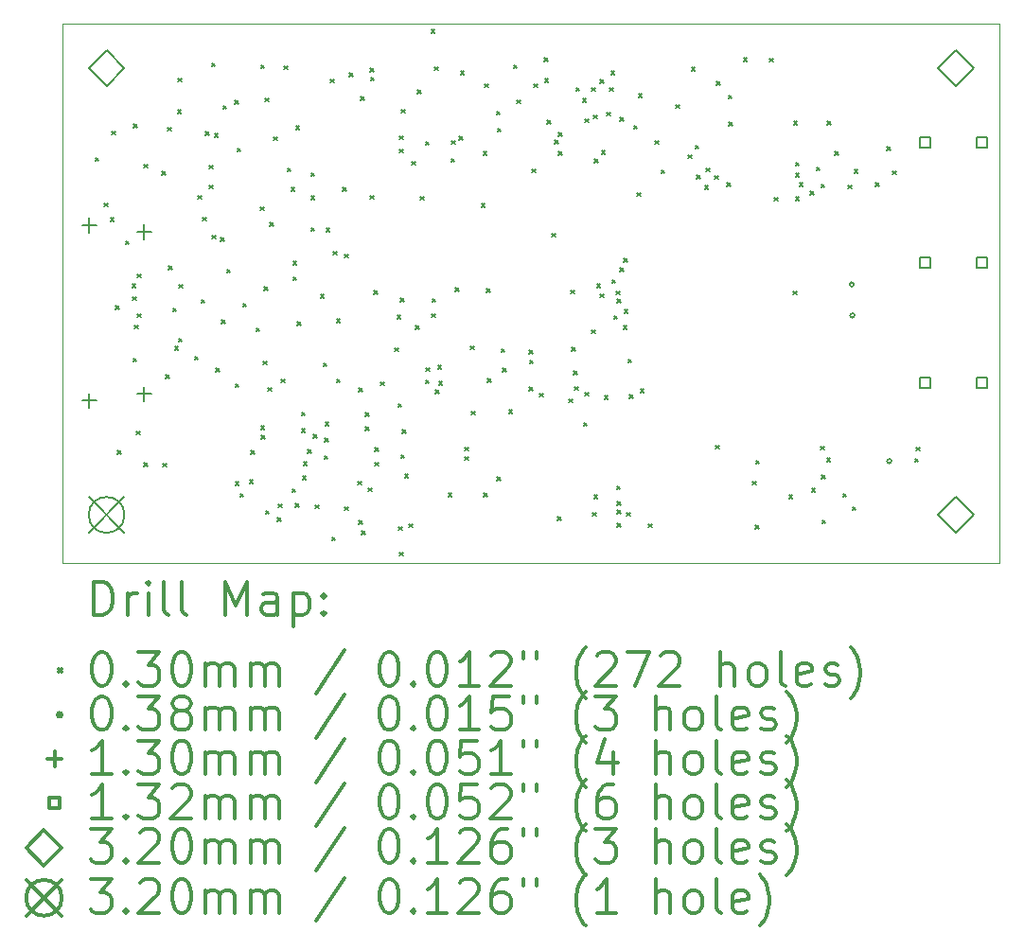
<source format=gbr>
%FSLAX45Y45*%
G04 Gerber Fmt 4.5, Leading zero omitted, Abs format (unit mm)*
G04 Created by KiCad (PCBNEW (5.1.9-0-10_14)) date 2021-07-02 21:33:39*
%MOMM*%
%LPD*%
G01*
G04 APERTURE LIST*
%TA.AperFunction,Profile*%
%ADD10C,0.100000*%
%TD*%
%ADD11C,0.200000*%
%ADD12C,0.300000*%
G04 APERTURE END LIST*
D10*
X8387080Y-26670D02*
X8387080Y4799330D01*
X5080Y4799330D02*
X8387080Y4799330D01*
X5080Y4799330D02*
X5080Y-26670D01*
X5080Y-26670D02*
X8387080Y-26670D01*
D11*
X301580Y3595430D02*
X331580Y3565430D01*
X331580Y3595430D02*
X301580Y3565430D01*
X378380Y3188600D02*
X408380Y3158600D01*
X408380Y3188600D02*
X378380Y3158600D01*
X434580Y3057580D02*
X464580Y3027580D01*
X464580Y3057580D02*
X434580Y3027580D01*
X447720Y3833520D02*
X477720Y3803520D01*
X477720Y3833520D02*
X447720Y3803520D01*
X482840Y2270520D02*
X512840Y2240520D01*
X512840Y2270520D02*
X482840Y2240520D01*
X498980Y976040D02*
X528980Y946040D01*
X528980Y976040D02*
X498980Y946040D01*
X569200Y2850910D02*
X599200Y2820910D01*
X599200Y2850910D02*
X569200Y2820910D01*
X631430Y2467370D02*
X661430Y2437370D01*
X661430Y2467370D02*
X631430Y2437370D01*
X631820Y2349479D02*
X661820Y2319479D01*
X661820Y2349479D02*
X631820Y2319479D01*
X637780Y1799350D02*
X667780Y1769350D01*
X667780Y1799350D02*
X637780Y1769350D01*
X644850Y3897720D02*
X674850Y3867720D01*
X674850Y3897720D02*
X644850Y3867720D01*
X651750Y2099070D02*
X681750Y2069070D01*
X681750Y2099070D02*
X651750Y2069070D01*
X668260Y1149110D02*
X698260Y1119110D01*
X698260Y1149110D02*
X668260Y1119110D01*
X677740Y2198530D02*
X707740Y2168530D01*
X707740Y2198530D02*
X677740Y2168530D01*
X678660Y2554560D02*
X708660Y2524560D01*
X708660Y2554560D02*
X678660Y2524560D01*
X736840Y3534990D02*
X766840Y3504990D01*
X766840Y3534990D02*
X736840Y3504990D01*
X737510Y863390D02*
X767510Y833390D01*
X767510Y863390D02*
X737510Y833390D01*
X897300Y3474950D02*
X927300Y3444950D01*
X927300Y3474950D02*
X897300Y3444950D01*
X904480Y860820D02*
X934480Y830820D01*
X934480Y860820D02*
X904480Y830820D01*
X932420Y1654570D02*
X962420Y1624570D01*
X962420Y1654570D02*
X932420Y1624570D01*
X948930Y3866910D02*
X978930Y3836910D01*
X978930Y3866910D02*
X948930Y3836910D01*
X956060Y2626850D02*
X986060Y2596850D01*
X986060Y2626850D02*
X956060Y2596850D01*
X993380Y2248930D02*
X1023380Y2218930D01*
X1023380Y2248930D02*
X993380Y2218930D01*
X1011160Y1904760D02*
X1041160Y1874760D01*
X1041160Y1904760D02*
X1011160Y1874760D01*
X1037620Y4025580D02*
X1067620Y3995580D01*
X1067620Y4025580D02*
X1037620Y3995580D01*
X1042110Y4308740D02*
X1072110Y4278740D01*
X1072110Y4308740D02*
X1042110Y4278740D01*
X1045776Y1979573D02*
X1075776Y1949573D01*
X1075776Y1979573D02*
X1045776Y1949573D01*
X1049650Y2463040D02*
X1079650Y2433040D01*
X1079650Y2463040D02*
X1049650Y2433040D01*
X1188360Y1818570D02*
X1218360Y1788570D01*
X1218360Y1818570D02*
X1188360Y1788570D01*
X1218330Y3256520D02*
X1248330Y3226520D01*
X1248330Y3256520D02*
X1218330Y3226520D01*
X1247570Y2326620D02*
X1277570Y2296620D01*
X1277570Y2326620D02*
X1247570Y2296620D01*
X1258780Y3064240D02*
X1288780Y3034240D01*
X1288780Y3064240D02*
X1258780Y3034240D01*
X1283870Y3829100D02*
X1313870Y3799100D01*
X1313870Y3829100D02*
X1283870Y3799100D01*
X1321510Y3529580D02*
X1351510Y3499580D01*
X1351510Y3529580D02*
X1321510Y3499580D01*
X1322070Y3351990D02*
X1352070Y3321990D01*
X1352070Y3351990D02*
X1322070Y3321990D01*
X1340410Y4444190D02*
X1370410Y4414190D01*
X1370410Y4444190D02*
X1340410Y4414190D01*
X1343470Y2902520D02*
X1373470Y2872520D01*
X1373470Y2902520D02*
X1343470Y2872520D01*
X1368310Y3811690D02*
X1398310Y3781690D01*
X1398310Y3811690D02*
X1368310Y3781690D01*
X1380730Y1710450D02*
X1410730Y1680450D01*
X1410730Y1710450D02*
X1380730Y1680450D01*
X1419290Y2882050D02*
X1449290Y2852050D01*
X1449290Y2882050D02*
X1419290Y2852050D01*
X1428230Y2145580D02*
X1458230Y2115580D01*
X1458230Y2145580D02*
X1428230Y2115580D01*
X1442260Y4059710D02*
X1472260Y4029710D01*
X1472260Y4059710D02*
X1442260Y4029710D01*
X1476690Y2597520D02*
X1506690Y2567520D01*
X1506690Y2597520D02*
X1476690Y2567520D01*
X1549150Y4108200D02*
X1579150Y4078200D01*
X1579150Y4108200D02*
X1549150Y4078200D01*
X1552230Y1571960D02*
X1582230Y1541960D01*
X1582230Y1571960D02*
X1552230Y1541960D01*
X1553610Y695160D02*
X1583610Y665160D01*
X1583610Y695160D02*
X1553610Y665160D01*
X1571080Y3681200D02*
X1601080Y3651200D01*
X1601080Y3681200D02*
X1571080Y3651200D01*
X1595750Y591180D02*
X1625750Y561180D01*
X1625750Y591180D02*
X1595750Y561180D01*
X1621870Y2292240D02*
X1651870Y2262240D01*
X1651870Y2292240D02*
X1621870Y2262240D01*
X1678220Y714280D02*
X1708220Y684280D01*
X1708220Y714280D02*
X1678220Y684280D01*
X1691050Y973360D02*
X1721050Y943360D01*
X1721050Y973360D02*
X1691050Y943360D01*
X1737600Y2073670D02*
X1767600Y2043670D01*
X1767600Y2073670D02*
X1737600Y2043670D01*
X1775950Y3153700D02*
X1805950Y3123700D01*
X1805950Y3153700D02*
X1775950Y3123700D01*
X1780460Y4425060D02*
X1810460Y4395060D01*
X1810460Y4425060D02*
X1780460Y4395060D01*
X1781790Y1196150D02*
X1811790Y1166150D01*
X1811790Y1196150D02*
X1781790Y1166150D01*
X1784230Y1111530D02*
X1814230Y1081530D01*
X1814230Y1111530D02*
X1784230Y1081530D01*
X1804560Y1773690D02*
X1834560Y1743690D01*
X1834560Y1773690D02*
X1804560Y1743690D01*
X1810270Y2441500D02*
X1840270Y2411500D01*
X1840270Y2441500D02*
X1810270Y2411500D01*
X1821680Y4128970D02*
X1851680Y4098970D01*
X1851680Y4128970D02*
X1821680Y4098970D01*
X1825350Y436520D02*
X1855350Y406520D01*
X1855350Y436520D02*
X1825350Y406520D01*
X1843660Y1536750D02*
X1873660Y1506750D01*
X1873660Y1536750D02*
X1843660Y1506750D01*
X1863430Y3017000D02*
X1893430Y2987000D01*
X1893430Y3017000D02*
X1863430Y2987000D01*
X1893470Y3781530D02*
X1923470Y3751530D01*
X1923470Y3781530D02*
X1893470Y3751530D01*
X1928190Y375740D02*
X1958190Y345740D01*
X1958190Y375740D02*
X1928190Y345740D01*
X1937570Y498800D02*
X1967570Y468800D01*
X1967570Y498800D02*
X1937570Y468800D01*
X1965080Y1615110D02*
X1995080Y1585110D01*
X1995080Y1615110D02*
X1965080Y1585110D01*
X1990650Y4418230D02*
X2020650Y4388230D01*
X2020650Y4418230D02*
X1990650Y4388230D01*
X2017030Y3504340D02*
X2047030Y3474340D01*
X2047030Y3504340D02*
X2017030Y3474340D01*
X2052950Y3330330D02*
X2082950Y3300330D01*
X2082950Y3330330D02*
X2052950Y3300330D01*
X2059110Y634260D02*
X2089110Y604260D01*
X2089110Y634260D02*
X2059110Y604260D01*
X2069300Y2528440D02*
X2099300Y2498440D01*
X2099300Y2528440D02*
X2069300Y2498440D01*
X2070520Y2668240D02*
X2100520Y2638240D01*
X2100520Y2668240D02*
X2070520Y2638240D01*
X2091310Y502000D02*
X2121310Y472000D01*
X2121310Y502000D02*
X2091310Y472000D01*
X2092950Y3878370D02*
X2122950Y3848370D01*
X2122950Y3878370D02*
X2092950Y3848370D01*
X2107650Y2128340D02*
X2137650Y2098340D01*
X2137650Y2128340D02*
X2107650Y2098340D01*
X2144700Y1319230D02*
X2174700Y1289230D01*
X2174700Y1319230D02*
X2144700Y1289230D01*
X2145520Y1169560D02*
X2175520Y1139560D01*
X2175520Y1169560D02*
X2145520Y1139560D01*
X2153060Y745860D02*
X2183060Y715860D01*
X2183060Y745860D02*
X2153060Y715860D01*
X2164200Y873730D02*
X2194200Y843730D01*
X2194200Y873730D02*
X2164200Y843730D01*
X2199820Y982940D02*
X2229820Y952940D01*
X2229820Y982940D02*
X2199820Y952940D01*
X2228790Y3252280D02*
X2258790Y3222280D01*
X2258790Y3252280D02*
X2228790Y3222280D01*
X2230710Y3461050D02*
X2260710Y3431050D01*
X2260710Y3461050D02*
X2230710Y3431050D01*
X2231480Y2971130D02*
X2261480Y2941130D01*
X2261480Y2971130D02*
X2231480Y2941130D01*
X2249680Y1118720D02*
X2279680Y1088720D01*
X2279680Y1118720D02*
X2249680Y1088720D01*
X2268630Y488930D02*
X2298630Y458930D01*
X2298630Y488930D02*
X2268630Y458930D01*
X2313480Y2372190D02*
X2343480Y2342190D01*
X2343480Y2372190D02*
X2313480Y2342190D01*
X2339780Y1756970D02*
X2369780Y1726970D01*
X2369780Y1756970D02*
X2339780Y1726970D01*
X2348780Y929100D02*
X2378780Y899100D01*
X2378780Y929100D02*
X2348780Y899100D01*
X2354700Y1085730D02*
X2384700Y1055730D01*
X2384700Y1085730D02*
X2354700Y1055730D01*
X2355560Y1230170D02*
X2385560Y1200170D01*
X2385560Y1230170D02*
X2355560Y1200170D01*
X2364770Y2963720D02*
X2394770Y2933720D01*
X2394770Y2963720D02*
X2364770Y2933720D01*
X2402540Y4298120D02*
X2432540Y4268120D01*
X2432540Y4298120D02*
X2402540Y4268120D01*
X2414480Y201020D02*
X2444480Y171020D01*
X2444480Y201020D02*
X2414480Y171020D01*
X2430300Y2756310D02*
X2460300Y2726310D01*
X2460300Y2756310D02*
X2430300Y2726310D01*
X2460080Y2149940D02*
X2490080Y2119940D01*
X2490080Y2149940D02*
X2460080Y2119940D01*
X2460080Y1615400D02*
X2490080Y1585400D01*
X2490080Y1615400D02*
X2460080Y1585400D01*
X2512410Y3327970D02*
X2542410Y3297970D01*
X2542410Y3327970D02*
X2512410Y3297970D01*
X2530080Y2731060D02*
X2560080Y2701060D01*
X2560080Y2731060D02*
X2530080Y2701060D01*
X2530510Y470210D02*
X2560510Y440210D01*
X2560510Y470210D02*
X2530510Y440210D01*
X2574720Y4355610D02*
X2604720Y4325610D01*
X2604720Y4355610D02*
X2574720Y4325610D01*
X2650680Y701460D02*
X2680680Y671460D01*
X2680680Y701460D02*
X2650680Y671460D01*
X2655630Y350030D02*
X2685630Y320030D01*
X2685630Y350030D02*
X2655630Y320030D01*
X2657700Y1532800D02*
X2687700Y1502800D01*
X2687700Y1532800D02*
X2657700Y1502800D01*
X2676260Y4140740D02*
X2706260Y4110740D01*
X2706260Y4140740D02*
X2676260Y4110740D01*
X2681340Y254470D02*
X2711340Y224470D01*
X2711340Y254470D02*
X2681340Y224470D01*
X2717220Y1189230D02*
X2747220Y1159230D01*
X2747220Y1189230D02*
X2717220Y1159230D01*
X2718120Y1315830D02*
X2748120Y1285830D01*
X2748120Y1315830D02*
X2718120Y1285830D01*
X2741750Y642690D02*
X2771750Y612690D01*
X2771750Y642690D02*
X2741750Y612690D01*
X2758680Y3256520D02*
X2788680Y3226520D01*
X2788680Y3256520D02*
X2758680Y3226520D01*
X2761440Y4395160D02*
X2791440Y4365160D01*
X2791440Y4395160D02*
X2761440Y4365160D01*
X2762130Y4314880D02*
X2792130Y4284880D01*
X2792130Y4314880D02*
X2762130Y4284880D01*
X2791010Y2407680D02*
X2821010Y2377680D01*
X2821010Y2407680D02*
X2791010Y2377680D01*
X2799480Y998730D02*
X2829480Y968730D01*
X2829480Y998730D02*
X2799480Y968730D01*
X2800110Y868730D02*
X2830110Y838730D01*
X2830110Y868730D02*
X2800110Y838730D01*
X2853820Y1590000D02*
X2883820Y1560000D01*
X2883820Y1590000D02*
X2853820Y1560000D01*
X2980930Y1893520D02*
X3010930Y1863520D01*
X3010930Y1893520D02*
X2980930Y1863520D01*
X2999870Y2186670D02*
X3029870Y2156670D01*
X3029870Y2186670D02*
X2999870Y2156670D01*
X3008760Y1395550D02*
X3038760Y1365550D01*
X3038760Y1395550D02*
X3008760Y1365550D01*
X3013440Y295380D02*
X3043440Y265380D01*
X3043440Y295380D02*
X3013440Y265380D01*
X3021830Y3671270D02*
X3051830Y3641270D01*
X3051830Y3671270D02*
X3021830Y3641270D01*
X3022250Y66170D02*
X3052250Y36170D01*
X3052250Y66170D02*
X3022250Y36170D01*
X3023960Y3792150D02*
X3053960Y3762150D01*
X3053960Y3792150D02*
X3023960Y3762150D01*
X3027960Y2336420D02*
X3057960Y2306420D01*
X3057960Y2336420D02*
X3027960Y2306420D01*
X3034730Y938600D02*
X3064730Y908600D01*
X3064730Y938600D02*
X3034730Y908600D01*
X3039640Y4026630D02*
X3069640Y3996630D01*
X3069640Y4026630D02*
X3039640Y3996630D01*
X3045050Y1162360D02*
X3075050Y1132360D01*
X3075050Y1162360D02*
X3045050Y1132360D01*
X3067000Y764840D02*
X3097000Y734840D01*
X3097000Y764840D02*
X3067000Y734840D01*
X3104200Y319220D02*
X3134200Y289220D01*
X3134200Y319220D02*
X3104200Y289220D01*
X3130210Y3561520D02*
X3160210Y3531520D01*
X3160210Y3561520D02*
X3130210Y3531520D01*
X3165230Y2093000D02*
X3195230Y2063000D01*
X3195230Y2093000D02*
X3165230Y2063000D01*
X3181590Y4199650D02*
X3211590Y4169650D01*
X3211590Y4199650D02*
X3181590Y4169650D01*
X3207780Y3247620D02*
X3237780Y3217620D01*
X3237780Y3247620D02*
X3207780Y3217620D01*
X3253410Y3740720D02*
X3283410Y3710720D01*
X3283410Y3740720D02*
X3253410Y3710720D01*
X3254200Y1607770D02*
X3284200Y1577770D01*
X3284200Y1607770D02*
X3254200Y1577770D01*
X3256820Y1714420D02*
X3286820Y1684420D01*
X3286820Y1714420D02*
X3256820Y1684420D01*
X3306050Y4741810D02*
X3336050Y4711810D01*
X3336050Y4741810D02*
X3306050Y4711810D01*
X3310800Y2198930D02*
X3340800Y2168930D01*
X3340800Y2198930D02*
X3310800Y2168930D01*
X3313530Y2336030D02*
X3343530Y2306030D01*
X3343530Y2336030D02*
X3313530Y2306030D01*
X3334200Y4409180D02*
X3364200Y4379180D01*
X3364200Y4409180D02*
X3334200Y4379180D01*
X3344810Y1515980D02*
X3374810Y1485980D01*
X3374810Y1515980D02*
X3344810Y1485980D01*
X3366190Y1739030D02*
X3396190Y1709030D01*
X3396190Y1739030D02*
X3366190Y1709030D01*
X3371280Y1592060D02*
X3401280Y1562060D01*
X3401280Y1592060D02*
X3371280Y1562060D01*
X3455970Y593080D02*
X3485970Y563080D01*
X3485970Y593080D02*
X3455970Y563080D01*
X3482930Y3587130D02*
X3512930Y3557130D01*
X3512930Y3587130D02*
X3482930Y3557130D01*
X3488080Y3747040D02*
X3518080Y3717040D01*
X3518080Y3747040D02*
X3488080Y3717040D01*
X3519620Y2433660D02*
X3549620Y2403660D01*
X3549620Y2433660D02*
X3519620Y2403660D01*
X3555610Y3785630D02*
X3585610Y3755630D01*
X3585610Y3785630D02*
X3555610Y3755630D01*
X3569330Y4369001D02*
X3599330Y4339001D01*
X3599330Y4369001D02*
X3569330Y4339001D01*
X3606790Y1004790D02*
X3636790Y974790D01*
X3636790Y1004790D02*
X3606790Y974790D01*
X3607570Y922240D02*
X3637570Y892240D01*
X3637570Y922240D02*
X3607570Y892240D01*
X3656030Y1909940D02*
X3686030Y1879940D01*
X3686030Y1909940D02*
X3656030Y1879940D01*
X3663480Y1327960D02*
X3693480Y1297960D01*
X3693480Y1327960D02*
X3663480Y1297960D01*
X3754250Y3184720D02*
X3784250Y3154720D01*
X3784250Y3184720D02*
X3754250Y3154720D01*
X3769750Y3649560D02*
X3799750Y3619560D01*
X3799750Y3649560D02*
X3769750Y3619560D01*
X3776260Y594980D02*
X3806260Y564980D01*
X3806260Y594980D02*
X3776260Y564980D01*
X3783199Y4257691D02*
X3813199Y4227691D01*
X3813199Y4257691D02*
X3783199Y4227691D01*
X3801420Y2421800D02*
X3831420Y2391800D01*
X3831420Y2421800D02*
X3801420Y2391800D01*
X3808500Y1619970D02*
X3838500Y1589970D01*
X3838500Y1619970D02*
X3808500Y1589970D01*
X3891440Y4012140D02*
X3921440Y3982140D01*
X3921440Y4012140D02*
X3891440Y3982140D01*
X3895380Y737250D02*
X3925380Y707250D01*
X3925380Y737250D02*
X3895380Y707250D01*
X3897440Y3859540D02*
X3927440Y3829540D01*
X3927440Y3859540D02*
X3897440Y3829540D01*
X3931720Y1885120D02*
X3961720Y1855120D01*
X3961720Y1885120D02*
X3931720Y1855120D01*
X3944290Y1709930D02*
X3974290Y1679930D01*
X3974290Y1709930D02*
X3944290Y1679930D01*
X3998660Y1337900D02*
X4028660Y1307900D01*
X4028660Y1337900D02*
X3998660Y1307900D01*
X4042910Y4427370D02*
X4072910Y4397370D01*
X4072910Y4427370D02*
X4042910Y4397370D01*
X4073430Y4114040D02*
X4103430Y4084040D01*
X4103430Y4114040D02*
X4073430Y4084040D01*
X4182290Y1540840D02*
X4212290Y1510840D01*
X4212290Y1540840D02*
X4182290Y1510840D01*
X4183150Y1873050D02*
X4213150Y1843050D01*
X4213150Y1873050D02*
X4183150Y1843050D01*
X4184400Y1782750D02*
X4214400Y1752750D01*
X4214400Y1782750D02*
X4184400Y1752750D01*
X4206480Y3493280D02*
X4236480Y3463280D01*
X4236480Y3493280D02*
X4206480Y3463280D01*
X4222990Y4258070D02*
X4252990Y4228070D01*
X4252990Y4258070D02*
X4222990Y4228070D01*
X4274940Y1487280D02*
X4304940Y1457280D01*
X4304940Y1487280D02*
X4274940Y1457280D01*
X4319150Y4487440D02*
X4349150Y4457440D01*
X4349150Y4487440D02*
X4319150Y4457440D01*
X4319510Y4303790D02*
X4349510Y4273790D01*
X4349510Y4303790D02*
X4319510Y4273790D01*
X4342060Y3929090D02*
X4372060Y3899090D01*
X4372060Y3929090D02*
X4342060Y3899090D01*
X4382670Y2917810D02*
X4412670Y2887810D01*
X4412670Y2917810D02*
X4382670Y2887810D01*
X4412010Y3750940D02*
X4442010Y3720940D01*
X4442010Y3750940D02*
X4412010Y3720940D01*
X4433379Y384252D02*
X4463379Y354252D01*
X4463379Y384252D02*
X4433379Y354252D01*
X4444180Y3822280D02*
X4474180Y3792280D01*
X4474180Y3822280D02*
X4444180Y3792280D01*
X4446160Y3649830D02*
X4476160Y3619830D01*
X4476160Y3649830D02*
X4446160Y3619830D01*
X4535870Y1435820D02*
X4565870Y1405820D01*
X4565870Y1435820D02*
X4535870Y1405820D01*
X4552270Y2409770D02*
X4582270Y2379770D01*
X4582270Y2409770D02*
X4552270Y2379770D01*
X4564590Y1895930D02*
X4594590Y1865930D01*
X4594590Y1895930D02*
X4564590Y1865930D01*
X4579390Y1687900D02*
X4609390Y1657900D01*
X4609390Y1687900D02*
X4579390Y1657900D01*
X4585880Y1547510D02*
X4615880Y1517510D01*
X4615880Y1547510D02*
X4585880Y1517510D01*
X4602000Y4222650D02*
X4632000Y4192650D01*
X4632000Y4222650D02*
X4602000Y4192650D01*
X4659260Y4126120D02*
X4689260Y4096120D01*
X4689260Y4126120D02*
X4659260Y4096120D01*
X4667560Y1224470D02*
X4697560Y1194470D01*
X4697560Y1224470D02*
X4667560Y1194470D01*
X4679640Y3943480D02*
X4709640Y3913480D01*
X4709640Y3943480D02*
X4679640Y3913480D01*
X4681320Y1497630D02*
X4711320Y1467630D01*
X4711320Y1497630D02*
X4681320Y1467630D01*
X4741570Y2055350D02*
X4771570Y2025350D01*
X4771570Y2055350D02*
X4741570Y2025350D01*
X4741600Y4223970D02*
X4771600Y4193970D01*
X4771600Y4223970D02*
X4741600Y4193970D01*
X4749920Y420130D02*
X4779920Y390130D01*
X4779920Y420130D02*
X4749920Y390130D01*
X4759660Y3978470D02*
X4789660Y3948470D01*
X4789660Y3978470D02*
X4759660Y3948470D01*
X4763320Y578799D02*
X4793320Y548799D01*
X4793320Y578799D02*
X4763320Y548799D01*
X4766370Y3581740D02*
X4796370Y3551740D01*
X4796370Y3581740D02*
X4766370Y3551740D01*
X4787060Y2467330D02*
X4817060Y2437330D01*
X4817060Y2467330D02*
X4787060Y2437330D01*
X4814930Y2375570D02*
X4844930Y2345570D01*
X4844930Y2375570D02*
X4814930Y2345570D01*
X4815199Y4292619D02*
X4845199Y4262619D01*
X4845199Y4292619D02*
X4815199Y4262619D01*
X4830680Y3661210D02*
X4860680Y3631210D01*
X4860680Y3661210D02*
X4830680Y3631210D01*
X4855690Y1468470D02*
X4885690Y1438470D01*
X4885690Y1468470D02*
X4855690Y1438470D01*
X4874540Y4002890D02*
X4904540Y3972890D01*
X4904540Y4002890D02*
X4874540Y3972890D01*
X4900070Y4222650D02*
X4930070Y4192650D01*
X4930070Y4222650D02*
X4900070Y4192650D01*
X4913552Y4371782D02*
X4943552Y4341782D01*
X4943552Y4371782D02*
X4913552Y4341782D01*
X4921240Y2503980D02*
X4951240Y2473980D01*
X4951240Y2503980D02*
X4921240Y2473980D01*
X4939290Y2182230D02*
X4969290Y2152230D01*
X4969290Y2182230D02*
X4939290Y2152230D01*
X4960620Y2403770D02*
X4990620Y2373770D01*
X4990620Y2403770D02*
X4960620Y2373770D01*
X4966113Y658490D02*
X4996113Y628490D01*
X4996113Y658490D02*
X4966113Y628490D01*
X4966890Y2329900D02*
X4996890Y2299900D01*
X4996890Y2329900D02*
X4966890Y2299900D01*
X4968950Y325130D02*
X4998950Y295130D01*
X4998950Y325130D02*
X4968950Y295130D01*
X4969170Y517580D02*
X4999170Y487580D01*
X4999170Y517580D02*
X4969170Y487580D01*
X4970540Y444070D02*
X5000540Y414070D01*
X5000540Y444070D02*
X4970540Y414070D01*
X4995490Y2609690D02*
X5025490Y2579690D01*
X5025490Y2609690D02*
X4995490Y2579690D01*
X4995960Y3956770D02*
X5025960Y3926770D01*
X5025960Y3956770D02*
X4995960Y3926770D01*
X5023750Y2094390D02*
X5053750Y2064390D01*
X5053750Y2094390D02*
X5023750Y2064390D01*
X5029780Y2692470D02*
X5059780Y2662470D01*
X5059780Y2692470D02*
X5029780Y2662470D01*
X5034050Y2235290D02*
X5064050Y2205290D01*
X5064050Y2235290D02*
X5034050Y2205290D01*
X5054160Y420130D02*
X5084160Y390130D01*
X5084160Y420130D02*
X5054160Y390130D01*
X5065471Y1790716D02*
X5095471Y1760716D01*
X5095471Y1790716D02*
X5065471Y1760716D01*
X5077542Y1475342D02*
X5107542Y1445342D01*
X5107542Y1475342D02*
X5077542Y1445342D01*
X5116420Y3883800D02*
X5146420Y3853800D01*
X5146420Y3883800D02*
X5116420Y3853800D01*
X5147130Y3283690D02*
X5177130Y3253690D01*
X5177130Y3283690D02*
X5147130Y3253690D01*
X5160250Y4169170D02*
X5190250Y4139170D01*
X5190250Y4169170D02*
X5160250Y4139170D01*
X5176964Y1524393D02*
X5206964Y1494393D01*
X5206964Y1524393D02*
X5176964Y1494393D01*
X5248840Y320630D02*
X5278840Y290630D01*
X5278840Y320630D02*
X5248840Y290630D01*
X5306407Y3748608D02*
X5336407Y3718608D01*
X5336407Y3748608D02*
X5306407Y3718608D01*
X5362780Y3484260D02*
X5392780Y3454260D01*
X5392780Y3484260D02*
X5362780Y3454260D01*
X5494070Y4069318D02*
X5524070Y4039318D01*
X5524070Y4069318D02*
X5494070Y4039318D01*
X5605471Y3622634D02*
X5635471Y3592634D01*
X5635471Y3622634D02*
X5605471Y3592634D01*
X5635380Y4406050D02*
X5665380Y4376050D01*
X5665380Y4406050D02*
X5635380Y4376050D01*
X5666068Y3704000D02*
X5696068Y3674000D01*
X5696068Y3704000D02*
X5666068Y3674000D01*
X5681104Y3441247D02*
X5711104Y3411247D01*
X5711104Y3441247D02*
X5681104Y3411247D01*
X5753310Y3346900D02*
X5783310Y3316900D01*
X5783310Y3346900D02*
X5753310Y3316900D01*
X5765992Y3502595D02*
X5795992Y3472595D01*
X5795992Y3502595D02*
X5765992Y3472595D01*
X5838828Y3434517D02*
X5868828Y3404517D01*
X5868828Y3434517D02*
X5838828Y3404517D01*
X5851070Y1021500D02*
X5881070Y991500D01*
X5881070Y1021500D02*
X5851070Y991500D01*
X5856895Y4275168D02*
X5886895Y4245168D01*
X5886895Y4275168D02*
X5856895Y4245168D01*
X5950410Y3371520D02*
X5980410Y3341520D01*
X5980410Y3371520D02*
X5950410Y3341520D01*
X5965792Y4155872D02*
X5995792Y4125872D01*
X5995792Y4155872D02*
X5965792Y4125872D01*
X5966700Y3913900D02*
X5996700Y3883900D01*
X5996700Y3913900D02*
X5966700Y3883900D01*
X6098780Y4489210D02*
X6128780Y4459210D01*
X6128780Y4489210D02*
X6098780Y4459210D01*
X6181800Y700750D02*
X6211800Y670750D01*
X6211800Y700750D02*
X6181800Y670750D01*
X6204380Y306509D02*
X6234380Y276509D01*
X6234380Y306509D02*
X6204380Y276509D01*
X6208880Y885700D02*
X6238880Y855700D01*
X6238880Y885700D02*
X6208880Y855700D01*
X6331190Y4484130D02*
X6361190Y4454130D01*
X6361190Y4484130D02*
X6331190Y4454130D01*
X6375720Y3240440D02*
X6405720Y3210440D01*
X6405720Y3240440D02*
X6375720Y3210440D01*
X6506897Y575130D02*
X6536897Y545130D01*
X6536897Y575130D02*
X6506897Y545130D01*
X6543280Y2401330D02*
X6573280Y2371330D01*
X6573280Y2401330D02*
X6543280Y2371330D01*
X6547380Y3921880D02*
X6577380Y3891880D01*
X6577380Y3921880D02*
X6547380Y3891880D01*
X6564071Y3552100D02*
X6594071Y3522100D01*
X6594071Y3552100D02*
X6564071Y3522100D01*
X6564071Y3454550D02*
X6594071Y3424550D01*
X6594071Y3454550D02*
X6564071Y3424550D01*
X6564330Y3242660D02*
X6594330Y3212660D01*
X6594330Y3242660D02*
X6564330Y3212660D01*
X6600330Y3371350D02*
X6630330Y3341350D01*
X6630330Y3371350D02*
X6600330Y3341350D01*
X6694420Y3294770D02*
X6724420Y3264770D01*
X6724420Y3294770D02*
X6694420Y3264770D01*
X6709830Y636870D02*
X6739830Y606870D01*
X6739830Y636870D02*
X6709830Y606870D01*
X6752560Y3512780D02*
X6782560Y3482780D01*
X6782560Y3512780D02*
X6752560Y3482780D01*
X6790500Y1012250D02*
X6820500Y982250D01*
X6820500Y1012250D02*
X6790500Y982250D01*
X6793423Y3358523D02*
X6823423Y3328523D01*
X6823423Y3358523D02*
X6793423Y3328523D01*
X6795780Y755290D02*
X6825780Y725290D01*
X6825780Y755290D02*
X6795780Y725290D01*
X6803580Y353470D02*
X6833580Y323470D01*
X6833580Y353470D02*
X6803580Y323470D01*
X6844270Y909130D02*
X6874270Y879130D01*
X6874270Y909130D02*
X6844270Y879130D01*
X6850620Y3922540D02*
X6880620Y3892540D01*
X6880620Y3922540D02*
X6850620Y3892540D01*
X6916930Y3649900D02*
X6946930Y3619900D01*
X6946930Y3649900D02*
X6916930Y3619900D01*
X6988670Y591050D02*
X7018670Y561050D01*
X7018670Y591050D02*
X6988670Y561050D01*
X7033470Y3349120D02*
X7063470Y3319120D01*
X7063470Y3349120D02*
X7033470Y3319120D01*
X7074070Y470140D02*
X7104070Y440140D01*
X7104070Y470140D02*
X7074070Y440140D01*
X7088250Y3489780D02*
X7118250Y3459780D01*
X7118250Y3489780D02*
X7088250Y3459780D01*
X7280583Y3373574D02*
X7310583Y3343574D01*
X7310583Y3373574D02*
X7280583Y3343574D01*
X7380630Y3690900D02*
X7410630Y3660900D01*
X7410630Y3690900D02*
X7380630Y3660900D01*
X7431460Y3476180D02*
X7461460Y3446180D01*
X7461460Y3476180D02*
X7431460Y3446180D01*
X7632400Y903300D02*
X7662400Y873300D01*
X7662400Y903300D02*
X7632400Y873300D01*
X7645640Y1003090D02*
X7675640Y973090D01*
X7675640Y1003090D02*
X7645640Y973090D01*
X7085330Y2462530D02*
G75*
G03*
X7085330Y2462530I-19050J0D01*
G01*
X7091680Y2184400D02*
G75*
G03*
X7091680Y2184400I-19050J0D01*
G01*
X7421880Y881380D02*
G75*
G03*
X7421880Y881380I-19050J0D01*
G01*
X246880Y3058530D02*
X246880Y2928530D01*
X181880Y2993530D02*
X311880Y2993530D01*
X246880Y1488530D02*
X246880Y1358530D01*
X181880Y1423530D02*
X311880Y1423530D01*
X736880Y2998530D02*
X736880Y2868530D01*
X671880Y2933530D02*
X801880Y2933530D01*
X736880Y1548530D02*
X736880Y1418530D01*
X671880Y1483530D02*
X801880Y1483530D01*
X7773378Y3685832D02*
X7773378Y3779228D01*
X7679982Y3779228D01*
X7679982Y3685832D01*
X7773378Y3685832D01*
X7773378Y2612682D02*
X7773378Y2706078D01*
X7679982Y2706078D01*
X7679982Y2612682D01*
X7773378Y2612682D01*
X7773378Y1539532D02*
X7773378Y1632928D01*
X7679982Y1632928D01*
X7679982Y1539532D01*
X7773378Y1539532D01*
X8281378Y3685832D02*
X8281378Y3779228D01*
X8187982Y3779228D01*
X8187982Y3685832D01*
X8281378Y3685832D01*
X8281378Y2612682D02*
X8281378Y2706078D01*
X8187982Y2706078D01*
X8187982Y2612682D01*
X8281378Y2612682D01*
X8281378Y1539532D02*
X8281378Y1632928D01*
X8187982Y1632928D01*
X8187982Y1539532D01*
X8281378Y1539532D01*
X400000Y4240000D02*
X560000Y4400000D01*
X400000Y4560000D01*
X240000Y4400000D01*
X400000Y4240000D01*
X8000000Y4240000D02*
X8160000Y4400000D01*
X8000000Y4560000D01*
X7840000Y4400000D01*
X8000000Y4240000D01*
X8000000Y240000D02*
X8160000Y400000D01*
X8000000Y560000D01*
X7840000Y400000D01*
X8000000Y240000D01*
X240000Y560000D02*
X560000Y240000D01*
X560000Y560000D02*
X240000Y240000D01*
X560000Y400000D02*
G75*
G03*
X560000Y400000I-160000J0D01*
G01*
D12*
X286508Y-497384D02*
X286508Y-197384D01*
X357937Y-197384D01*
X400794Y-211670D01*
X429366Y-240241D01*
X443651Y-268813D01*
X457937Y-325956D01*
X457937Y-368813D01*
X443651Y-425956D01*
X429366Y-454527D01*
X400794Y-483099D01*
X357937Y-497384D01*
X286508Y-497384D01*
X586508Y-497384D02*
X586508Y-297384D01*
X586508Y-354527D02*
X600794Y-325956D01*
X615080Y-311670D01*
X643651Y-297384D01*
X672223Y-297384D01*
X772223Y-497384D02*
X772223Y-297384D01*
X772223Y-197384D02*
X757937Y-211670D01*
X772223Y-225956D01*
X786508Y-211670D01*
X772223Y-197384D01*
X772223Y-225956D01*
X957937Y-497384D02*
X929366Y-483099D01*
X915080Y-454527D01*
X915080Y-197384D01*
X1115080Y-497384D02*
X1086508Y-483099D01*
X1072223Y-454527D01*
X1072223Y-197384D01*
X1457937Y-497384D02*
X1457937Y-197384D01*
X1557937Y-411670D01*
X1657937Y-197384D01*
X1657937Y-497384D01*
X1929366Y-497384D02*
X1929366Y-340242D01*
X1915080Y-311670D01*
X1886508Y-297384D01*
X1829366Y-297384D01*
X1800794Y-311670D01*
X1929366Y-483099D02*
X1900794Y-497384D01*
X1829366Y-497384D01*
X1800794Y-483099D01*
X1786508Y-454527D01*
X1786508Y-425956D01*
X1800794Y-397384D01*
X1829366Y-383099D01*
X1900794Y-383099D01*
X1929366Y-368813D01*
X2072223Y-297384D02*
X2072223Y-597384D01*
X2072223Y-311670D02*
X2100794Y-297384D01*
X2157937Y-297384D01*
X2186508Y-311670D01*
X2200794Y-325956D01*
X2215080Y-354527D01*
X2215080Y-440241D01*
X2200794Y-468813D01*
X2186508Y-483099D01*
X2157937Y-497384D01*
X2100794Y-497384D01*
X2072223Y-483099D01*
X2343651Y-468813D02*
X2357937Y-483099D01*
X2343651Y-497384D01*
X2329366Y-483099D01*
X2343651Y-468813D01*
X2343651Y-497384D01*
X2343651Y-311670D02*
X2357937Y-325956D01*
X2343651Y-340242D01*
X2329366Y-325956D01*
X2343651Y-311670D01*
X2343651Y-340242D01*
X-29920Y-976670D02*
X80Y-1006670D01*
X80Y-976670D02*
X-29920Y-1006670D01*
X343651Y-827384D02*
X372223Y-827384D01*
X400794Y-841670D01*
X415080Y-855956D01*
X429366Y-884527D01*
X443651Y-941670D01*
X443651Y-1013099D01*
X429366Y-1070242D01*
X415080Y-1098813D01*
X400794Y-1113099D01*
X372223Y-1127384D01*
X343651Y-1127384D01*
X315080Y-1113099D01*
X300794Y-1098813D01*
X286508Y-1070242D01*
X272223Y-1013099D01*
X272223Y-941670D01*
X286508Y-884527D01*
X300794Y-855956D01*
X315080Y-841670D01*
X343651Y-827384D01*
X572223Y-1098813D02*
X586508Y-1113099D01*
X572223Y-1127384D01*
X557937Y-1113099D01*
X572223Y-1098813D01*
X572223Y-1127384D01*
X686508Y-827384D02*
X872223Y-827384D01*
X772223Y-941670D01*
X815080Y-941670D01*
X843651Y-955956D01*
X857937Y-970241D01*
X872223Y-998813D01*
X872223Y-1070242D01*
X857937Y-1098813D01*
X843651Y-1113099D01*
X815080Y-1127384D01*
X729366Y-1127384D01*
X700794Y-1113099D01*
X686508Y-1098813D01*
X1057937Y-827384D02*
X1086508Y-827384D01*
X1115080Y-841670D01*
X1129366Y-855956D01*
X1143651Y-884527D01*
X1157937Y-941670D01*
X1157937Y-1013099D01*
X1143651Y-1070242D01*
X1129366Y-1098813D01*
X1115080Y-1113099D01*
X1086508Y-1127384D01*
X1057937Y-1127384D01*
X1029366Y-1113099D01*
X1015080Y-1098813D01*
X1000794Y-1070242D01*
X986508Y-1013099D01*
X986508Y-941670D01*
X1000794Y-884527D01*
X1015080Y-855956D01*
X1029366Y-841670D01*
X1057937Y-827384D01*
X1286508Y-1127384D02*
X1286508Y-927384D01*
X1286508Y-955956D02*
X1300794Y-941670D01*
X1329366Y-927384D01*
X1372223Y-927384D01*
X1400794Y-941670D01*
X1415080Y-970241D01*
X1415080Y-1127384D01*
X1415080Y-970241D02*
X1429366Y-941670D01*
X1457937Y-927384D01*
X1500794Y-927384D01*
X1529366Y-941670D01*
X1543651Y-970241D01*
X1543651Y-1127384D01*
X1686508Y-1127384D02*
X1686508Y-927384D01*
X1686508Y-955956D02*
X1700794Y-941670D01*
X1729366Y-927384D01*
X1772223Y-927384D01*
X1800794Y-941670D01*
X1815080Y-970241D01*
X1815080Y-1127384D01*
X1815080Y-970241D02*
X1829366Y-941670D01*
X1857937Y-927384D01*
X1900794Y-927384D01*
X1929366Y-941670D01*
X1943651Y-970241D01*
X1943651Y-1127384D01*
X2529366Y-813099D02*
X2272223Y-1198813D01*
X2915080Y-827384D02*
X2943651Y-827384D01*
X2972223Y-841670D01*
X2986508Y-855956D01*
X3000794Y-884527D01*
X3015080Y-941670D01*
X3015080Y-1013099D01*
X3000794Y-1070242D01*
X2986508Y-1098813D01*
X2972223Y-1113099D01*
X2943651Y-1127384D01*
X2915080Y-1127384D01*
X2886508Y-1113099D01*
X2872223Y-1098813D01*
X2857937Y-1070242D01*
X2843651Y-1013099D01*
X2843651Y-941670D01*
X2857937Y-884527D01*
X2872223Y-855956D01*
X2886508Y-841670D01*
X2915080Y-827384D01*
X3143651Y-1098813D02*
X3157937Y-1113099D01*
X3143651Y-1127384D01*
X3129366Y-1113099D01*
X3143651Y-1098813D01*
X3143651Y-1127384D01*
X3343651Y-827384D02*
X3372223Y-827384D01*
X3400794Y-841670D01*
X3415080Y-855956D01*
X3429366Y-884527D01*
X3443651Y-941670D01*
X3443651Y-1013099D01*
X3429366Y-1070242D01*
X3415080Y-1098813D01*
X3400794Y-1113099D01*
X3372223Y-1127384D01*
X3343651Y-1127384D01*
X3315080Y-1113099D01*
X3300794Y-1098813D01*
X3286508Y-1070242D01*
X3272223Y-1013099D01*
X3272223Y-941670D01*
X3286508Y-884527D01*
X3300794Y-855956D01*
X3315080Y-841670D01*
X3343651Y-827384D01*
X3729366Y-1127384D02*
X3557937Y-1127384D01*
X3643651Y-1127384D02*
X3643651Y-827384D01*
X3615080Y-870241D01*
X3586508Y-898813D01*
X3557937Y-913099D01*
X3843651Y-855956D02*
X3857937Y-841670D01*
X3886508Y-827384D01*
X3957937Y-827384D01*
X3986508Y-841670D01*
X4000794Y-855956D01*
X4015080Y-884527D01*
X4015080Y-913099D01*
X4000794Y-955956D01*
X3829366Y-1127384D01*
X4015080Y-1127384D01*
X4129366Y-827384D02*
X4129366Y-884527D01*
X4243651Y-827384D02*
X4243651Y-884527D01*
X4686508Y-1241670D02*
X4672223Y-1227384D01*
X4643651Y-1184527D01*
X4629366Y-1155956D01*
X4615080Y-1113099D01*
X4600794Y-1041670D01*
X4600794Y-984527D01*
X4615080Y-913099D01*
X4629366Y-870241D01*
X4643651Y-841670D01*
X4672223Y-798813D01*
X4686508Y-784527D01*
X4786508Y-855956D02*
X4800794Y-841670D01*
X4829366Y-827384D01*
X4900794Y-827384D01*
X4929366Y-841670D01*
X4943651Y-855956D01*
X4957937Y-884527D01*
X4957937Y-913099D01*
X4943651Y-955956D01*
X4772223Y-1127384D01*
X4957937Y-1127384D01*
X5057937Y-827384D02*
X5257937Y-827384D01*
X5129366Y-1127384D01*
X5357937Y-855956D02*
X5372223Y-841670D01*
X5400794Y-827384D01*
X5472223Y-827384D01*
X5500794Y-841670D01*
X5515080Y-855956D01*
X5529366Y-884527D01*
X5529366Y-913099D01*
X5515080Y-955956D01*
X5343651Y-1127384D01*
X5529366Y-1127384D01*
X5886508Y-1127384D02*
X5886508Y-827384D01*
X6015080Y-1127384D02*
X6015080Y-970241D01*
X6000794Y-941670D01*
X5972223Y-927384D01*
X5929366Y-927384D01*
X5900794Y-941670D01*
X5886508Y-955956D01*
X6200794Y-1127384D02*
X6172223Y-1113099D01*
X6157937Y-1098813D01*
X6143651Y-1070242D01*
X6143651Y-984527D01*
X6157937Y-955956D01*
X6172223Y-941670D01*
X6200794Y-927384D01*
X6243651Y-927384D01*
X6272223Y-941670D01*
X6286508Y-955956D01*
X6300794Y-984527D01*
X6300794Y-1070242D01*
X6286508Y-1098813D01*
X6272223Y-1113099D01*
X6243651Y-1127384D01*
X6200794Y-1127384D01*
X6472223Y-1127384D02*
X6443651Y-1113099D01*
X6429366Y-1084527D01*
X6429366Y-827384D01*
X6700794Y-1113099D02*
X6672223Y-1127384D01*
X6615080Y-1127384D01*
X6586508Y-1113099D01*
X6572223Y-1084527D01*
X6572223Y-970241D01*
X6586508Y-941670D01*
X6615080Y-927384D01*
X6672223Y-927384D01*
X6700794Y-941670D01*
X6715080Y-970241D01*
X6715080Y-998813D01*
X6572223Y-1027384D01*
X6829366Y-1113099D02*
X6857937Y-1127384D01*
X6915080Y-1127384D01*
X6943651Y-1113099D01*
X6957937Y-1084527D01*
X6957937Y-1070242D01*
X6943651Y-1041670D01*
X6915080Y-1027384D01*
X6872223Y-1027384D01*
X6843651Y-1013099D01*
X6829366Y-984527D01*
X6829366Y-970241D01*
X6843651Y-941670D01*
X6872223Y-927384D01*
X6915080Y-927384D01*
X6943651Y-941670D01*
X7057937Y-1241670D02*
X7072223Y-1227384D01*
X7100794Y-1184527D01*
X7115080Y-1155956D01*
X7129366Y-1113099D01*
X7143651Y-1041670D01*
X7143651Y-984527D01*
X7129366Y-913099D01*
X7115080Y-870241D01*
X7100794Y-841670D01*
X7072223Y-798813D01*
X7057937Y-784527D01*
X80Y-1387670D02*
G75*
G03*
X80Y-1387670I-19050J0D01*
G01*
X343651Y-1223384D02*
X372223Y-1223384D01*
X400794Y-1237670D01*
X415080Y-1251956D01*
X429366Y-1280527D01*
X443651Y-1337670D01*
X443651Y-1409099D01*
X429366Y-1466241D01*
X415080Y-1494813D01*
X400794Y-1509099D01*
X372223Y-1523384D01*
X343651Y-1523384D01*
X315080Y-1509099D01*
X300794Y-1494813D01*
X286508Y-1466241D01*
X272223Y-1409099D01*
X272223Y-1337670D01*
X286508Y-1280527D01*
X300794Y-1251956D01*
X315080Y-1237670D01*
X343651Y-1223384D01*
X572223Y-1494813D02*
X586508Y-1509099D01*
X572223Y-1523384D01*
X557937Y-1509099D01*
X572223Y-1494813D01*
X572223Y-1523384D01*
X686508Y-1223384D02*
X872223Y-1223384D01*
X772223Y-1337670D01*
X815080Y-1337670D01*
X843651Y-1351956D01*
X857937Y-1366242D01*
X872223Y-1394813D01*
X872223Y-1466241D01*
X857937Y-1494813D01*
X843651Y-1509099D01*
X815080Y-1523384D01*
X729366Y-1523384D01*
X700794Y-1509099D01*
X686508Y-1494813D01*
X1043651Y-1351956D02*
X1015080Y-1337670D01*
X1000794Y-1323384D01*
X986508Y-1294813D01*
X986508Y-1280527D01*
X1000794Y-1251956D01*
X1015080Y-1237670D01*
X1043651Y-1223384D01*
X1100794Y-1223384D01*
X1129366Y-1237670D01*
X1143651Y-1251956D01*
X1157937Y-1280527D01*
X1157937Y-1294813D01*
X1143651Y-1323384D01*
X1129366Y-1337670D01*
X1100794Y-1351956D01*
X1043651Y-1351956D01*
X1015080Y-1366242D01*
X1000794Y-1380527D01*
X986508Y-1409099D01*
X986508Y-1466241D01*
X1000794Y-1494813D01*
X1015080Y-1509099D01*
X1043651Y-1523384D01*
X1100794Y-1523384D01*
X1129366Y-1509099D01*
X1143651Y-1494813D01*
X1157937Y-1466241D01*
X1157937Y-1409099D01*
X1143651Y-1380527D01*
X1129366Y-1366242D01*
X1100794Y-1351956D01*
X1286508Y-1523384D02*
X1286508Y-1323384D01*
X1286508Y-1351956D02*
X1300794Y-1337670D01*
X1329366Y-1323384D01*
X1372223Y-1323384D01*
X1400794Y-1337670D01*
X1415080Y-1366242D01*
X1415080Y-1523384D01*
X1415080Y-1366242D02*
X1429366Y-1337670D01*
X1457937Y-1323384D01*
X1500794Y-1323384D01*
X1529366Y-1337670D01*
X1543651Y-1366242D01*
X1543651Y-1523384D01*
X1686508Y-1523384D02*
X1686508Y-1323384D01*
X1686508Y-1351956D02*
X1700794Y-1337670D01*
X1729366Y-1323384D01*
X1772223Y-1323384D01*
X1800794Y-1337670D01*
X1815080Y-1366242D01*
X1815080Y-1523384D01*
X1815080Y-1366242D02*
X1829366Y-1337670D01*
X1857937Y-1323384D01*
X1900794Y-1323384D01*
X1929366Y-1337670D01*
X1943651Y-1366242D01*
X1943651Y-1523384D01*
X2529366Y-1209099D02*
X2272223Y-1594813D01*
X2915080Y-1223384D02*
X2943651Y-1223384D01*
X2972223Y-1237670D01*
X2986508Y-1251956D01*
X3000794Y-1280527D01*
X3015080Y-1337670D01*
X3015080Y-1409099D01*
X3000794Y-1466241D01*
X2986508Y-1494813D01*
X2972223Y-1509099D01*
X2943651Y-1523384D01*
X2915080Y-1523384D01*
X2886508Y-1509099D01*
X2872223Y-1494813D01*
X2857937Y-1466241D01*
X2843651Y-1409099D01*
X2843651Y-1337670D01*
X2857937Y-1280527D01*
X2872223Y-1251956D01*
X2886508Y-1237670D01*
X2915080Y-1223384D01*
X3143651Y-1494813D02*
X3157937Y-1509099D01*
X3143651Y-1523384D01*
X3129366Y-1509099D01*
X3143651Y-1494813D01*
X3143651Y-1523384D01*
X3343651Y-1223384D02*
X3372223Y-1223384D01*
X3400794Y-1237670D01*
X3415080Y-1251956D01*
X3429366Y-1280527D01*
X3443651Y-1337670D01*
X3443651Y-1409099D01*
X3429366Y-1466241D01*
X3415080Y-1494813D01*
X3400794Y-1509099D01*
X3372223Y-1523384D01*
X3343651Y-1523384D01*
X3315080Y-1509099D01*
X3300794Y-1494813D01*
X3286508Y-1466241D01*
X3272223Y-1409099D01*
X3272223Y-1337670D01*
X3286508Y-1280527D01*
X3300794Y-1251956D01*
X3315080Y-1237670D01*
X3343651Y-1223384D01*
X3729366Y-1523384D02*
X3557937Y-1523384D01*
X3643651Y-1523384D02*
X3643651Y-1223384D01*
X3615080Y-1266242D01*
X3586508Y-1294813D01*
X3557937Y-1309099D01*
X4000794Y-1223384D02*
X3857937Y-1223384D01*
X3843651Y-1366242D01*
X3857937Y-1351956D01*
X3886508Y-1337670D01*
X3957937Y-1337670D01*
X3986508Y-1351956D01*
X4000794Y-1366242D01*
X4015080Y-1394813D01*
X4015080Y-1466241D01*
X4000794Y-1494813D01*
X3986508Y-1509099D01*
X3957937Y-1523384D01*
X3886508Y-1523384D01*
X3857937Y-1509099D01*
X3843651Y-1494813D01*
X4129366Y-1223384D02*
X4129366Y-1280527D01*
X4243651Y-1223384D02*
X4243651Y-1280527D01*
X4686508Y-1637670D02*
X4672223Y-1623384D01*
X4643651Y-1580527D01*
X4629366Y-1551956D01*
X4615080Y-1509099D01*
X4600794Y-1437670D01*
X4600794Y-1380527D01*
X4615080Y-1309099D01*
X4629366Y-1266242D01*
X4643651Y-1237670D01*
X4672223Y-1194813D01*
X4686508Y-1180527D01*
X4772223Y-1223384D02*
X4957937Y-1223384D01*
X4857937Y-1337670D01*
X4900794Y-1337670D01*
X4929366Y-1351956D01*
X4943651Y-1366242D01*
X4957937Y-1394813D01*
X4957937Y-1466241D01*
X4943651Y-1494813D01*
X4929366Y-1509099D01*
X4900794Y-1523384D01*
X4815080Y-1523384D01*
X4786508Y-1509099D01*
X4772223Y-1494813D01*
X5315080Y-1523384D02*
X5315080Y-1223384D01*
X5443651Y-1523384D02*
X5443651Y-1366242D01*
X5429366Y-1337670D01*
X5400794Y-1323384D01*
X5357937Y-1323384D01*
X5329366Y-1337670D01*
X5315080Y-1351956D01*
X5629366Y-1523384D02*
X5600794Y-1509099D01*
X5586508Y-1494813D01*
X5572223Y-1466241D01*
X5572223Y-1380527D01*
X5586508Y-1351956D01*
X5600794Y-1337670D01*
X5629366Y-1323384D01*
X5672223Y-1323384D01*
X5700794Y-1337670D01*
X5715080Y-1351956D01*
X5729366Y-1380527D01*
X5729366Y-1466241D01*
X5715080Y-1494813D01*
X5700794Y-1509099D01*
X5672223Y-1523384D01*
X5629366Y-1523384D01*
X5900794Y-1523384D02*
X5872223Y-1509099D01*
X5857937Y-1480527D01*
X5857937Y-1223384D01*
X6129366Y-1509099D02*
X6100794Y-1523384D01*
X6043651Y-1523384D01*
X6015080Y-1509099D01*
X6000794Y-1480527D01*
X6000794Y-1366242D01*
X6015080Y-1337670D01*
X6043651Y-1323384D01*
X6100794Y-1323384D01*
X6129366Y-1337670D01*
X6143651Y-1366242D01*
X6143651Y-1394813D01*
X6000794Y-1423384D01*
X6257937Y-1509099D02*
X6286508Y-1523384D01*
X6343651Y-1523384D01*
X6372223Y-1509099D01*
X6386508Y-1480527D01*
X6386508Y-1466241D01*
X6372223Y-1437670D01*
X6343651Y-1423384D01*
X6300794Y-1423384D01*
X6272223Y-1409099D01*
X6257937Y-1380527D01*
X6257937Y-1366242D01*
X6272223Y-1337670D01*
X6300794Y-1323384D01*
X6343651Y-1323384D01*
X6372223Y-1337670D01*
X6486508Y-1637670D02*
X6500794Y-1623384D01*
X6529366Y-1580527D01*
X6543651Y-1551956D01*
X6557937Y-1509099D01*
X6572223Y-1437670D01*
X6572223Y-1380527D01*
X6557937Y-1309099D01*
X6543651Y-1266242D01*
X6529366Y-1237670D01*
X6500794Y-1194813D01*
X6486508Y-1180527D01*
X-64920Y-1718670D02*
X-64920Y-1848670D01*
X-129920Y-1783670D02*
X80Y-1783670D01*
X443651Y-1919384D02*
X272223Y-1919384D01*
X357937Y-1919384D02*
X357937Y-1619384D01*
X329366Y-1662241D01*
X300794Y-1690813D01*
X272223Y-1705099D01*
X572223Y-1890813D02*
X586508Y-1905099D01*
X572223Y-1919384D01*
X557937Y-1905099D01*
X572223Y-1890813D01*
X572223Y-1919384D01*
X686508Y-1619384D02*
X872223Y-1619384D01*
X772223Y-1733670D01*
X815080Y-1733670D01*
X843651Y-1747956D01*
X857937Y-1762241D01*
X872223Y-1790813D01*
X872223Y-1862241D01*
X857937Y-1890813D01*
X843651Y-1905099D01*
X815080Y-1919384D01*
X729366Y-1919384D01*
X700794Y-1905099D01*
X686508Y-1890813D01*
X1057937Y-1619384D02*
X1086508Y-1619384D01*
X1115080Y-1633670D01*
X1129366Y-1647956D01*
X1143651Y-1676527D01*
X1157937Y-1733670D01*
X1157937Y-1805099D01*
X1143651Y-1862241D01*
X1129366Y-1890813D01*
X1115080Y-1905099D01*
X1086508Y-1919384D01*
X1057937Y-1919384D01*
X1029366Y-1905099D01*
X1015080Y-1890813D01*
X1000794Y-1862241D01*
X986508Y-1805099D01*
X986508Y-1733670D01*
X1000794Y-1676527D01*
X1015080Y-1647956D01*
X1029366Y-1633670D01*
X1057937Y-1619384D01*
X1286508Y-1919384D02*
X1286508Y-1719384D01*
X1286508Y-1747956D02*
X1300794Y-1733670D01*
X1329366Y-1719384D01*
X1372223Y-1719384D01*
X1400794Y-1733670D01*
X1415080Y-1762241D01*
X1415080Y-1919384D01*
X1415080Y-1762241D02*
X1429366Y-1733670D01*
X1457937Y-1719384D01*
X1500794Y-1719384D01*
X1529366Y-1733670D01*
X1543651Y-1762241D01*
X1543651Y-1919384D01*
X1686508Y-1919384D02*
X1686508Y-1719384D01*
X1686508Y-1747956D02*
X1700794Y-1733670D01*
X1729366Y-1719384D01*
X1772223Y-1719384D01*
X1800794Y-1733670D01*
X1815080Y-1762241D01*
X1815080Y-1919384D01*
X1815080Y-1762241D02*
X1829366Y-1733670D01*
X1857937Y-1719384D01*
X1900794Y-1719384D01*
X1929366Y-1733670D01*
X1943651Y-1762241D01*
X1943651Y-1919384D01*
X2529366Y-1605099D02*
X2272223Y-1990813D01*
X2915080Y-1619384D02*
X2943651Y-1619384D01*
X2972223Y-1633670D01*
X2986508Y-1647956D01*
X3000794Y-1676527D01*
X3015080Y-1733670D01*
X3015080Y-1805099D01*
X3000794Y-1862241D01*
X2986508Y-1890813D01*
X2972223Y-1905099D01*
X2943651Y-1919384D01*
X2915080Y-1919384D01*
X2886508Y-1905099D01*
X2872223Y-1890813D01*
X2857937Y-1862241D01*
X2843651Y-1805099D01*
X2843651Y-1733670D01*
X2857937Y-1676527D01*
X2872223Y-1647956D01*
X2886508Y-1633670D01*
X2915080Y-1619384D01*
X3143651Y-1890813D02*
X3157937Y-1905099D01*
X3143651Y-1919384D01*
X3129366Y-1905099D01*
X3143651Y-1890813D01*
X3143651Y-1919384D01*
X3343651Y-1619384D02*
X3372223Y-1619384D01*
X3400794Y-1633670D01*
X3415080Y-1647956D01*
X3429366Y-1676527D01*
X3443651Y-1733670D01*
X3443651Y-1805099D01*
X3429366Y-1862241D01*
X3415080Y-1890813D01*
X3400794Y-1905099D01*
X3372223Y-1919384D01*
X3343651Y-1919384D01*
X3315080Y-1905099D01*
X3300794Y-1890813D01*
X3286508Y-1862241D01*
X3272223Y-1805099D01*
X3272223Y-1733670D01*
X3286508Y-1676527D01*
X3300794Y-1647956D01*
X3315080Y-1633670D01*
X3343651Y-1619384D01*
X3715080Y-1619384D02*
X3572223Y-1619384D01*
X3557937Y-1762241D01*
X3572223Y-1747956D01*
X3600794Y-1733670D01*
X3672223Y-1733670D01*
X3700794Y-1747956D01*
X3715080Y-1762241D01*
X3729366Y-1790813D01*
X3729366Y-1862241D01*
X3715080Y-1890813D01*
X3700794Y-1905099D01*
X3672223Y-1919384D01*
X3600794Y-1919384D01*
X3572223Y-1905099D01*
X3557937Y-1890813D01*
X4015080Y-1919384D02*
X3843651Y-1919384D01*
X3929366Y-1919384D02*
X3929366Y-1619384D01*
X3900794Y-1662241D01*
X3872223Y-1690813D01*
X3843651Y-1705099D01*
X4129366Y-1619384D02*
X4129366Y-1676527D01*
X4243651Y-1619384D02*
X4243651Y-1676527D01*
X4686508Y-2033670D02*
X4672223Y-2019384D01*
X4643651Y-1976527D01*
X4629366Y-1947956D01*
X4615080Y-1905099D01*
X4600794Y-1833670D01*
X4600794Y-1776527D01*
X4615080Y-1705099D01*
X4629366Y-1662241D01*
X4643651Y-1633670D01*
X4672223Y-1590813D01*
X4686508Y-1576527D01*
X4929366Y-1719384D02*
X4929366Y-1919384D01*
X4857937Y-1605099D02*
X4786508Y-1819384D01*
X4972223Y-1819384D01*
X5315080Y-1919384D02*
X5315080Y-1619384D01*
X5443651Y-1919384D02*
X5443651Y-1762241D01*
X5429366Y-1733670D01*
X5400794Y-1719384D01*
X5357937Y-1719384D01*
X5329366Y-1733670D01*
X5315080Y-1747956D01*
X5629366Y-1919384D02*
X5600794Y-1905099D01*
X5586508Y-1890813D01*
X5572223Y-1862241D01*
X5572223Y-1776527D01*
X5586508Y-1747956D01*
X5600794Y-1733670D01*
X5629366Y-1719384D01*
X5672223Y-1719384D01*
X5700794Y-1733670D01*
X5715080Y-1747956D01*
X5729366Y-1776527D01*
X5729366Y-1862241D01*
X5715080Y-1890813D01*
X5700794Y-1905099D01*
X5672223Y-1919384D01*
X5629366Y-1919384D01*
X5900794Y-1919384D02*
X5872223Y-1905099D01*
X5857937Y-1876527D01*
X5857937Y-1619384D01*
X6129366Y-1905099D02*
X6100794Y-1919384D01*
X6043651Y-1919384D01*
X6015080Y-1905099D01*
X6000794Y-1876527D01*
X6000794Y-1762241D01*
X6015080Y-1733670D01*
X6043651Y-1719384D01*
X6100794Y-1719384D01*
X6129366Y-1733670D01*
X6143651Y-1762241D01*
X6143651Y-1790813D01*
X6000794Y-1819384D01*
X6257937Y-1905099D02*
X6286508Y-1919384D01*
X6343651Y-1919384D01*
X6372223Y-1905099D01*
X6386508Y-1876527D01*
X6386508Y-1862241D01*
X6372223Y-1833670D01*
X6343651Y-1819384D01*
X6300794Y-1819384D01*
X6272223Y-1805099D01*
X6257937Y-1776527D01*
X6257937Y-1762241D01*
X6272223Y-1733670D01*
X6300794Y-1719384D01*
X6343651Y-1719384D01*
X6372223Y-1733670D01*
X6486508Y-2033670D02*
X6500794Y-2019384D01*
X6529366Y-1976527D01*
X6543651Y-1947956D01*
X6557937Y-1905099D01*
X6572223Y-1833670D01*
X6572223Y-1776527D01*
X6557937Y-1705099D01*
X6543651Y-1662241D01*
X6529366Y-1633670D01*
X6500794Y-1590813D01*
X6486508Y-1576527D01*
X-19262Y-2226368D02*
X-19262Y-2132972D01*
X-112658Y-2132972D01*
X-112658Y-2226368D01*
X-19262Y-2226368D01*
X443651Y-2315384D02*
X272223Y-2315384D01*
X357937Y-2315384D02*
X357937Y-2015384D01*
X329366Y-2058241D01*
X300794Y-2086813D01*
X272223Y-2101099D01*
X572223Y-2286813D02*
X586508Y-2301099D01*
X572223Y-2315384D01*
X557937Y-2301099D01*
X572223Y-2286813D01*
X572223Y-2315384D01*
X686508Y-2015384D02*
X872223Y-2015384D01*
X772223Y-2129670D01*
X815080Y-2129670D01*
X843651Y-2143956D01*
X857937Y-2158242D01*
X872223Y-2186813D01*
X872223Y-2258242D01*
X857937Y-2286813D01*
X843651Y-2301099D01*
X815080Y-2315384D01*
X729366Y-2315384D01*
X700794Y-2301099D01*
X686508Y-2286813D01*
X986508Y-2043956D02*
X1000794Y-2029670D01*
X1029366Y-2015384D01*
X1100794Y-2015384D01*
X1129366Y-2029670D01*
X1143651Y-2043956D01*
X1157937Y-2072527D01*
X1157937Y-2101099D01*
X1143651Y-2143956D01*
X972223Y-2315384D01*
X1157937Y-2315384D01*
X1286508Y-2315384D02*
X1286508Y-2115384D01*
X1286508Y-2143956D02*
X1300794Y-2129670D01*
X1329366Y-2115384D01*
X1372223Y-2115384D01*
X1400794Y-2129670D01*
X1415080Y-2158242D01*
X1415080Y-2315384D01*
X1415080Y-2158242D02*
X1429366Y-2129670D01*
X1457937Y-2115384D01*
X1500794Y-2115384D01*
X1529366Y-2129670D01*
X1543651Y-2158242D01*
X1543651Y-2315384D01*
X1686508Y-2315384D02*
X1686508Y-2115384D01*
X1686508Y-2143956D02*
X1700794Y-2129670D01*
X1729366Y-2115384D01*
X1772223Y-2115384D01*
X1800794Y-2129670D01*
X1815080Y-2158242D01*
X1815080Y-2315384D01*
X1815080Y-2158242D02*
X1829366Y-2129670D01*
X1857937Y-2115384D01*
X1900794Y-2115384D01*
X1929366Y-2129670D01*
X1943651Y-2158242D01*
X1943651Y-2315384D01*
X2529366Y-2001099D02*
X2272223Y-2386813D01*
X2915080Y-2015384D02*
X2943651Y-2015384D01*
X2972223Y-2029670D01*
X2986508Y-2043956D01*
X3000794Y-2072527D01*
X3015080Y-2129670D01*
X3015080Y-2201099D01*
X3000794Y-2258242D01*
X2986508Y-2286813D01*
X2972223Y-2301099D01*
X2943651Y-2315384D01*
X2915080Y-2315384D01*
X2886508Y-2301099D01*
X2872223Y-2286813D01*
X2857937Y-2258242D01*
X2843651Y-2201099D01*
X2843651Y-2129670D01*
X2857937Y-2072527D01*
X2872223Y-2043956D01*
X2886508Y-2029670D01*
X2915080Y-2015384D01*
X3143651Y-2286813D02*
X3157937Y-2301099D01*
X3143651Y-2315384D01*
X3129366Y-2301099D01*
X3143651Y-2286813D01*
X3143651Y-2315384D01*
X3343651Y-2015384D02*
X3372223Y-2015384D01*
X3400794Y-2029670D01*
X3415080Y-2043956D01*
X3429366Y-2072527D01*
X3443651Y-2129670D01*
X3443651Y-2201099D01*
X3429366Y-2258242D01*
X3415080Y-2286813D01*
X3400794Y-2301099D01*
X3372223Y-2315384D01*
X3343651Y-2315384D01*
X3315080Y-2301099D01*
X3300794Y-2286813D01*
X3286508Y-2258242D01*
X3272223Y-2201099D01*
X3272223Y-2129670D01*
X3286508Y-2072527D01*
X3300794Y-2043956D01*
X3315080Y-2029670D01*
X3343651Y-2015384D01*
X3715080Y-2015384D02*
X3572223Y-2015384D01*
X3557937Y-2158242D01*
X3572223Y-2143956D01*
X3600794Y-2129670D01*
X3672223Y-2129670D01*
X3700794Y-2143956D01*
X3715080Y-2158242D01*
X3729366Y-2186813D01*
X3729366Y-2258242D01*
X3715080Y-2286813D01*
X3700794Y-2301099D01*
X3672223Y-2315384D01*
X3600794Y-2315384D01*
X3572223Y-2301099D01*
X3557937Y-2286813D01*
X3843651Y-2043956D02*
X3857937Y-2029670D01*
X3886508Y-2015384D01*
X3957937Y-2015384D01*
X3986508Y-2029670D01*
X4000794Y-2043956D01*
X4015080Y-2072527D01*
X4015080Y-2101099D01*
X4000794Y-2143956D01*
X3829366Y-2315384D01*
X4015080Y-2315384D01*
X4129366Y-2015384D02*
X4129366Y-2072527D01*
X4243651Y-2015384D02*
X4243651Y-2072527D01*
X4686508Y-2429670D02*
X4672223Y-2415384D01*
X4643651Y-2372527D01*
X4629366Y-2343956D01*
X4615080Y-2301099D01*
X4600794Y-2229670D01*
X4600794Y-2172527D01*
X4615080Y-2101099D01*
X4629366Y-2058241D01*
X4643651Y-2029670D01*
X4672223Y-1986813D01*
X4686508Y-1972527D01*
X4929366Y-2015384D02*
X4872223Y-2015384D01*
X4843651Y-2029670D01*
X4829366Y-2043956D01*
X4800794Y-2086813D01*
X4786508Y-2143956D01*
X4786508Y-2258242D01*
X4800794Y-2286813D01*
X4815080Y-2301099D01*
X4843651Y-2315384D01*
X4900794Y-2315384D01*
X4929366Y-2301099D01*
X4943651Y-2286813D01*
X4957937Y-2258242D01*
X4957937Y-2186813D01*
X4943651Y-2158242D01*
X4929366Y-2143956D01*
X4900794Y-2129670D01*
X4843651Y-2129670D01*
X4815080Y-2143956D01*
X4800794Y-2158242D01*
X4786508Y-2186813D01*
X5315080Y-2315384D02*
X5315080Y-2015384D01*
X5443651Y-2315384D02*
X5443651Y-2158242D01*
X5429366Y-2129670D01*
X5400794Y-2115384D01*
X5357937Y-2115384D01*
X5329366Y-2129670D01*
X5315080Y-2143956D01*
X5629366Y-2315384D02*
X5600794Y-2301099D01*
X5586508Y-2286813D01*
X5572223Y-2258242D01*
X5572223Y-2172527D01*
X5586508Y-2143956D01*
X5600794Y-2129670D01*
X5629366Y-2115384D01*
X5672223Y-2115384D01*
X5700794Y-2129670D01*
X5715080Y-2143956D01*
X5729366Y-2172527D01*
X5729366Y-2258242D01*
X5715080Y-2286813D01*
X5700794Y-2301099D01*
X5672223Y-2315384D01*
X5629366Y-2315384D01*
X5900794Y-2315384D02*
X5872223Y-2301099D01*
X5857937Y-2272527D01*
X5857937Y-2015384D01*
X6129366Y-2301099D02*
X6100794Y-2315384D01*
X6043651Y-2315384D01*
X6015080Y-2301099D01*
X6000794Y-2272527D01*
X6000794Y-2158242D01*
X6015080Y-2129670D01*
X6043651Y-2115384D01*
X6100794Y-2115384D01*
X6129366Y-2129670D01*
X6143651Y-2158242D01*
X6143651Y-2186813D01*
X6000794Y-2215384D01*
X6257937Y-2301099D02*
X6286508Y-2315384D01*
X6343651Y-2315384D01*
X6372223Y-2301099D01*
X6386508Y-2272527D01*
X6386508Y-2258242D01*
X6372223Y-2229670D01*
X6343651Y-2215384D01*
X6300794Y-2215384D01*
X6272223Y-2201099D01*
X6257937Y-2172527D01*
X6257937Y-2158242D01*
X6272223Y-2129670D01*
X6300794Y-2115384D01*
X6343651Y-2115384D01*
X6372223Y-2129670D01*
X6486508Y-2429670D02*
X6500794Y-2415384D01*
X6529366Y-2372527D01*
X6543651Y-2343956D01*
X6557937Y-2301099D01*
X6572223Y-2229670D01*
X6572223Y-2172527D01*
X6557937Y-2101099D01*
X6543651Y-2058241D01*
X6529366Y-2029670D01*
X6500794Y-1986813D01*
X6486508Y-1972527D01*
X-159920Y-2735670D02*
X80Y-2575670D01*
X-159920Y-2415670D01*
X-319920Y-2575670D01*
X-159920Y-2735670D01*
X257937Y-2411384D02*
X443651Y-2411384D01*
X343651Y-2525670D01*
X386508Y-2525670D01*
X415080Y-2539956D01*
X429366Y-2554242D01*
X443651Y-2582813D01*
X443651Y-2654242D01*
X429366Y-2682813D01*
X415080Y-2697099D01*
X386508Y-2711384D01*
X300794Y-2711384D01*
X272223Y-2697099D01*
X257937Y-2682813D01*
X572223Y-2682813D02*
X586508Y-2697099D01*
X572223Y-2711384D01*
X557937Y-2697099D01*
X572223Y-2682813D01*
X572223Y-2711384D01*
X700794Y-2439956D02*
X715080Y-2425670D01*
X743651Y-2411384D01*
X815080Y-2411384D01*
X843651Y-2425670D01*
X857937Y-2439956D01*
X872223Y-2468527D01*
X872223Y-2497099D01*
X857937Y-2539956D01*
X686508Y-2711384D01*
X872223Y-2711384D01*
X1057937Y-2411384D02*
X1086508Y-2411384D01*
X1115080Y-2425670D01*
X1129366Y-2439956D01*
X1143651Y-2468527D01*
X1157937Y-2525670D01*
X1157937Y-2597099D01*
X1143651Y-2654242D01*
X1129366Y-2682813D01*
X1115080Y-2697099D01*
X1086508Y-2711384D01*
X1057937Y-2711384D01*
X1029366Y-2697099D01*
X1015080Y-2682813D01*
X1000794Y-2654242D01*
X986508Y-2597099D01*
X986508Y-2525670D01*
X1000794Y-2468527D01*
X1015080Y-2439956D01*
X1029366Y-2425670D01*
X1057937Y-2411384D01*
X1286508Y-2711384D02*
X1286508Y-2511384D01*
X1286508Y-2539956D02*
X1300794Y-2525670D01*
X1329366Y-2511384D01*
X1372223Y-2511384D01*
X1400794Y-2525670D01*
X1415080Y-2554242D01*
X1415080Y-2711384D01*
X1415080Y-2554242D02*
X1429366Y-2525670D01*
X1457937Y-2511384D01*
X1500794Y-2511384D01*
X1529366Y-2525670D01*
X1543651Y-2554242D01*
X1543651Y-2711384D01*
X1686508Y-2711384D02*
X1686508Y-2511384D01*
X1686508Y-2539956D02*
X1700794Y-2525670D01*
X1729366Y-2511384D01*
X1772223Y-2511384D01*
X1800794Y-2525670D01*
X1815080Y-2554242D01*
X1815080Y-2711384D01*
X1815080Y-2554242D02*
X1829366Y-2525670D01*
X1857937Y-2511384D01*
X1900794Y-2511384D01*
X1929366Y-2525670D01*
X1943651Y-2554242D01*
X1943651Y-2711384D01*
X2529366Y-2397099D02*
X2272223Y-2782813D01*
X2915080Y-2411384D02*
X2943651Y-2411384D01*
X2972223Y-2425670D01*
X2986508Y-2439956D01*
X3000794Y-2468527D01*
X3015080Y-2525670D01*
X3015080Y-2597099D01*
X3000794Y-2654242D01*
X2986508Y-2682813D01*
X2972223Y-2697099D01*
X2943651Y-2711384D01*
X2915080Y-2711384D01*
X2886508Y-2697099D01*
X2872223Y-2682813D01*
X2857937Y-2654242D01*
X2843651Y-2597099D01*
X2843651Y-2525670D01*
X2857937Y-2468527D01*
X2872223Y-2439956D01*
X2886508Y-2425670D01*
X2915080Y-2411384D01*
X3143651Y-2682813D02*
X3157937Y-2697099D01*
X3143651Y-2711384D01*
X3129366Y-2697099D01*
X3143651Y-2682813D01*
X3143651Y-2711384D01*
X3443651Y-2711384D02*
X3272223Y-2711384D01*
X3357937Y-2711384D02*
X3357937Y-2411384D01*
X3329366Y-2454242D01*
X3300794Y-2482813D01*
X3272223Y-2497099D01*
X3557937Y-2439956D02*
X3572223Y-2425670D01*
X3600794Y-2411384D01*
X3672223Y-2411384D01*
X3700794Y-2425670D01*
X3715080Y-2439956D01*
X3729366Y-2468527D01*
X3729366Y-2497099D01*
X3715080Y-2539956D01*
X3543651Y-2711384D01*
X3729366Y-2711384D01*
X3986508Y-2411384D02*
X3929366Y-2411384D01*
X3900794Y-2425670D01*
X3886508Y-2439956D01*
X3857937Y-2482813D01*
X3843651Y-2539956D01*
X3843651Y-2654242D01*
X3857937Y-2682813D01*
X3872223Y-2697099D01*
X3900794Y-2711384D01*
X3957937Y-2711384D01*
X3986508Y-2697099D01*
X4000794Y-2682813D01*
X4015080Y-2654242D01*
X4015080Y-2582813D01*
X4000794Y-2554242D01*
X3986508Y-2539956D01*
X3957937Y-2525670D01*
X3900794Y-2525670D01*
X3872223Y-2539956D01*
X3857937Y-2554242D01*
X3843651Y-2582813D01*
X4129366Y-2411384D02*
X4129366Y-2468527D01*
X4243651Y-2411384D02*
X4243651Y-2468527D01*
X4686508Y-2825670D02*
X4672223Y-2811384D01*
X4643651Y-2768527D01*
X4629366Y-2739956D01*
X4615080Y-2697099D01*
X4600794Y-2625670D01*
X4600794Y-2568527D01*
X4615080Y-2497099D01*
X4629366Y-2454242D01*
X4643651Y-2425670D01*
X4672223Y-2382813D01*
X4686508Y-2368527D01*
X4772223Y-2411384D02*
X4957937Y-2411384D01*
X4857937Y-2525670D01*
X4900794Y-2525670D01*
X4929366Y-2539956D01*
X4943651Y-2554242D01*
X4957937Y-2582813D01*
X4957937Y-2654242D01*
X4943651Y-2682813D01*
X4929366Y-2697099D01*
X4900794Y-2711384D01*
X4815080Y-2711384D01*
X4786508Y-2697099D01*
X4772223Y-2682813D01*
X5315080Y-2711384D02*
X5315080Y-2411384D01*
X5443651Y-2711384D02*
X5443651Y-2554242D01*
X5429366Y-2525670D01*
X5400794Y-2511384D01*
X5357937Y-2511384D01*
X5329366Y-2525670D01*
X5315080Y-2539956D01*
X5629366Y-2711384D02*
X5600794Y-2697099D01*
X5586508Y-2682813D01*
X5572223Y-2654242D01*
X5572223Y-2568527D01*
X5586508Y-2539956D01*
X5600794Y-2525670D01*
X5629366Y-2511384D01*
X5672223Y-2511384D01*
X5700794Y-2525670D01*
X5715080Y-2539956D01*
X5729366Y-2568527D01*
X5729366Y-2654242D01*
X5715080Y-2682813D01*
X5700794Y-2697099D01*
X5672223Y-2711384D01*
X5629366Y-2711384D01*
X5900794Y-2711384D02*
X5872223Y-2697099D01*
X5857937Y-2668527D01*
X5857937Y-2411384D01*
X6129366Y-2697099D02*
X6100794Y-2711384D01*
X6043651Y-2711384D01*
X6015080Y-2697099D01*
X6000794Y-2668527D01*
X6000794Y-2554242D01*
X6015080Y-2525670D01*
X6043651Y-2511384D01*
X6100794Y-2511384D01*
X6129366Y-2525670D01*
X6143651Y-2554242D01*
X6143651Y-2582813D01*
X6000794Y-2611384D01*
X6257937Y-2697099D02*
X6286508Y-2711384D01*
X6343651Y-2711384D01*
X6372223Y-2697099D01*
X6386508Y-2668527D01*
X6386508Y-2654242D01*
X6372223Y-2625670D01*
X6343651Y-2611384D01*
X6300794Y-2611384D01*
X6272223Y-2597099D01*
X6257937Y-2568527D01*
X6257937Y-2554242D01*
X6272223Y-2525670D01*
X6300794Y-2511384D01*
X6343651Y-2511384D01*
X6372223Y-2525670D01*
X6486508Y-2825670D02*
X6500794Y-2811384D01*
X6529366Y-2768527D01*
X6543651Y-2739956D01*
X6557937Y-2697099D01*
X6572223Y-2625670D01*
X6572223Y-2568527D01*
X6557937Y-2497099D01*
X6543651Y-2454242D01*
X6529366Y-2425670D01*
X6500794Y-2382813D01*
X6486508Y-2368527D01*
X-319920Y-2865670D02*
X80Y-3185670D01*
X80Y-2865670D02*
X-319920Y-3185670D01*
X80Y-3025670D02*
G75*
G03*
X80Y-3025670I-160000J0D01*
G01*
X257937Y-2861384D02*
X443651Y-2861384D01*
X343651Y-2975670D01*
X386508Y-2975670D01*
X415080Y-2989956D01*
X429366Y-3004241D01*
X443651Y-3032813D01*
X443651Y-3104241D01*
X429366Y-3132813D01*
X415080Y-3147099D01*
X386508Y-3161384D01*
X300794Y-3161384D01*
X272223Y-3147099D01*
X257937Y-3132813D01*
X572223Y-3132813D02*
X586508Y-3147099D01*
X572223Y-3161384D01*
X557937Y-3147099D01*
X572223Y-3132813D01*
X572223Y-3161384D01*
X700794Y-2889956D02*
X715080Y-2875670D01*
X743651Y-2861384D01*
X815080Y-2861384D01*
X843651Y-2875670D01*
X857937Y-2889956D01*
X872223Y-2918527D01*
X872223Y-2947099D01*
X857937Y-2989956D01*
X686508Y-3161384D01*
X872223Y-3161384D01*
X1057937Y-2861384D02*
X1086508Y-2861384D01*
X1115080Y-2875670D01*
X1129366Y-2889956D01*
X1143651Y-2918527D01*
X1157937Y-2975670D01*
X1157937Y-3047099D01*
X1143651Y-3104241D01*
X1129366Y-3132813D01*
X1115080Y-3147099D01*
X1086508Y-3161384D01*
X1057937Y-3161384D01*
X1029366Y-3147099D01*
X1015080Y-3132813D01*
X1000794Y-3104241D01*
X986508Y-3047099D01*
X986508Y-2975670D01*
X1000794Y-2918527D01*
X1015080Y-2889956D01*
X1029366Y-2875670D01*
X1057937Y-2861384D01*
X1286508Y-3161384D02*
X1286508Y-2961384D01*
X1286508Y-2989956D02*
X1300794Y-2975670D01*
X1329366Y-2961384D01*
X1372223Y-2961384D01*
X1400794Y-2975670D01*
X1415080Y-3004241D01*
X1415080Y-3161384D01*
X1415080Y-3004241D02*
X1429366Y-2975670D01*
X1457937Y-2961384D01*
X1500794Y-2961384D01*
X1529366Y-2975670D01*
X1543651Y-3004241D01*
X1543651Y-3161384D01*
X1686508Y-3161384D02*
X1686508Y-2961384D01*
X1686508Y-2989956D02*
X1700794Y-2975670D01*
X1729366Y-2961384D01*
X1772223Y-2961384D01*
X1800794Y-2975670D01*
X1815080Y-3004241D01*
X1815080Y-3161384D01*
X1815080Y-3004241D02*
X1829366Y-2975670D01*
X1857937Y-2961384D01*
X1900794Y-2961384D01*
X1929366Y-2975670D01*
X1943651Y-3004241D01*
X1943651Y-3161384D01*
X2529366Y-2847099D02*
X2272223Y-3232813D01*
X2915080Y-2861384D02*
X2943651Y-2861384D01*
X2972223Y-2875670D01*
X2986508Y-2889956D01*
X3000794Y-2918527D01*
X3015080Y-2975670D01*
X3015080Y-3047099D01*
X3000794Y-3104241D01*
X2986508Y-3132813D01*
X2972223Y-3147099D01*
X2943651Y-3161384D01*
X2915080Y-3161384D01*
X2886508Y-3147099D01*
X2872223Y-3132813D01*
X2857937Y-3104241D01*
X2843651Y-3047099D01*
X2843651Y-2975670D01*
X2857937Y-2918527D01*
X2872223Y-2889956D01*
X2886508Y-2875670D01*
X2915080Y-2861384D01*
X3143651Y-3132813D02*
X3157937Y-3147099D01*
X3143651Y-3161384D01*
X3129366Y-3147099D01*
X3143651Y-3132813D01*
X3143651Y-3161384D01*
X3443651Y-3161384D02*
X3272223Y-3161384D01*
X3357937Y-3161384D02*
X3357937Y-2861384D01*
X3329366Y-2904241D01*
X3300794Y-2932813D01*
X3272223Y-2947099D01*
X3557937Y-2889956D02*
X3572223Y-2875670D01*
X3600794Y-2861384D01*
X3672223Y-2861384D01*
X3700794Y-2875670D01*
X3715080Y-2889956D01*
X3729366Y-2918527D01*
X3729366Y-2947099D01*
X3715080Y-2989956D01*
X3543651Y-3161384D01*
X3729366Y-3161384D01*
X3986508Y-2861384D02*
X3929366Y-2861384D01*
X3900794Y-2875670D01*
X3886508Y-2889956D01*
X3857937Y-2932813D01*
X3843651Y-2989956D01*
X3843651Y-3104241D01*
X3857937Y-3132813D01*
X3872223Y-3147099D01*
X3900794Y-3161384D01*
X3957937Y-3161384D01*
X3986508Y-3147099D01*
X4000794Y-3132813D01*
X4015080Y-3104241D01*
X4015080Y-3032813D01*
X4000794Y-3004241D01*
X3986508Y-2989956D01*
X3957937Y-2975670D01*
X3900794Y-2975670D01*
X3872223Y-2989956D01*
X3857937Y-3004241D01*
X3843651Y-3032813D01*
X4129366Y-2861384D02*
X4129366Y-2918527D01*
X4243651Y-2861384D02*
X4243651Y-2918527D01*
X4686508Y-3275670D02*
X4672223Y-3261384D01*
X4643651Y-3218527D01*
X4629366Y-3189956D01*
X4615080Y-3147099D01*
X4600794Y-3075670D01*
X4600794Y-3018527D01*
X4615080Y-2947099D01*
X4629366Y-2904241D01*
X4643651Y-2875670D01*
X4672223Y-2832813D01*
X4686508Y-2818527D01*
X4957937Y-3161384D02*
X4786508Y-3161384D01*
X4872223Y-3161384D02*
X4872223Y-2861384D01*
X4843651Y-2904241D01*
X4815080Y-2932813D01*
X4786508Y-2947099D01*
X5315080Y-3161384D02*
X5315080Y-2861384D01*
X5443651Y-3161384D02*
X5443651Y-3004241D01*
X5429366Y-2975670D01*
X5400794Y-2961384D01*
X5357937Y-2961384D01*
X5329366Y-2975670D01*
X5315080Y-2989956D01*
X5629366Y-3161384D02*
X5600794Y-3147099D01*
X5586508Y-3132813D01*
X5572223Y-3104241D01*
X5572223Y-3018527D01*
X5586508Y-2989956D01*
X5600794Y-2975670D01*
X5629366Y-2961384D01*
X5672223Y-2961384D01*
X5700794Y-2975670D01*
X5715080Y-2989956D01*
X5729366Y-3018527D01*
X5729366Y-3104241D01*
X5715080Y-3132813D01*
X5700794Y-3147099D01*
X5672223Y-3161384D01*
X5629366Y-3161384D01*
X5900794Y-3161384D02*
X5872223Y-3147099D01*
X5857937Y-3118527D01*
X5857937Y-2861384D01*
X6129366Y-3147099D02*
X6100794Y-3161384D01*
X6043651Y-3161384D01*
X6015080Y-3147099D01*
X6000794Y-3118527D01*
X6000794Y-3004241D01*
X6015080Y-2975670D01*
X6043651Y-2961384D01*
X6100794Y-2961384D01*
X6129366Y-2975670D01*
X6143651Y-3004241D01*
X6143651Y-3032813D01*
X6000794Y-3061384D01*
X6243651Y-3275670D02*
X6257937Y-3261384D01*
X6286508Y-3218527D01*
X6300794Y-3189956D01*
X6315080Y-3147099D01*
X6329366Y-3075670D01*
X6329366Y-3018527D01*
X6315080Y-2947099D01*
X6300794Y-2904241D01*
X6286508Y-2875670D01*
X6257937Y-2832813D01*
X6243651Y-2818527D01*
M02*

</source>
